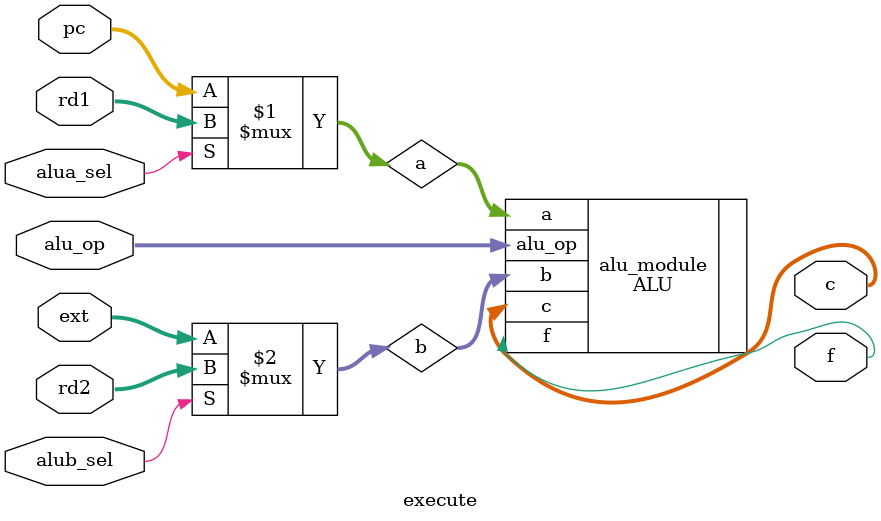
<source format=v>
`timescale 1ns / 1ps

module execute(
    // 输入信号
    input wire[31:0] pc,         
    input wire[31:0] rd1,       
    input wire[31:0] rd2,      
    input wire[31:0] ext,       
    input wire[3:0] alu_op,     
    input wire alua_sel,         
    input wire alub_sel,        
    
    // 输出信号
    output wire[31:0] c,       
    output wire f                
    );
    
    // 内部信号定义
    wire[31:0] a;                
    wire[31:0] b;               
    
    //操作数选择逻辑

    assign a = alua_sel ? rd1 : pc;   // A选择：rd1或PC（AUIPC指令用PC）
    assign b = alub_sel ? rd2 : ext;  // B选择：rd2或立即数（R型指令用rd2）
    

    // ALU模块：执行算术逻辑运算
    ALU alu_module(
        .a(a),                 
        .b(b),                   
        .alu_op(alu_op),        
        .f(f),                  
        .c(c)                   
    );



    /*
    // 想用多路选择器实现，但是还是三目运算看着清楚
    reg [31:0] a_reg, b_reg;
    always @(*) begin
        case(alua_sel)
            1'b0: a_reg = pc;
            1'b1: a_reg = rd1;
        endcase
        case(alub_sel)
            1'b0: b_reg = ext;
            1'b1: b_reg = rd2;
        endcase
    end
    */

endmodule

</source>
